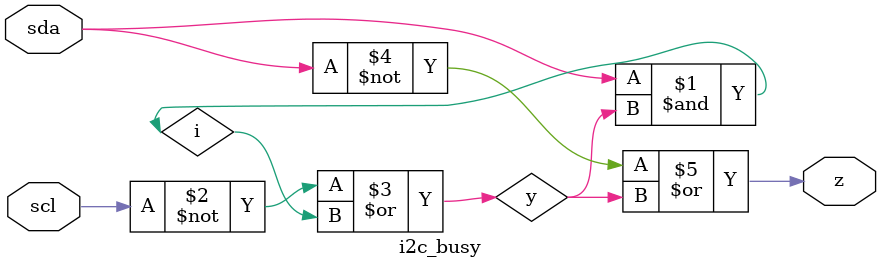
<source format=v>
`timescale 1ps / 1ps

module i2c_busy(sda,scl,z);
	input sda,scl;
	output z;
	wire y,i;

	assign #20 i=( sda & y);
	assign #20 y=(~scl | i);
	assign #20 z=(~sda | y);
endmodule
</source>
